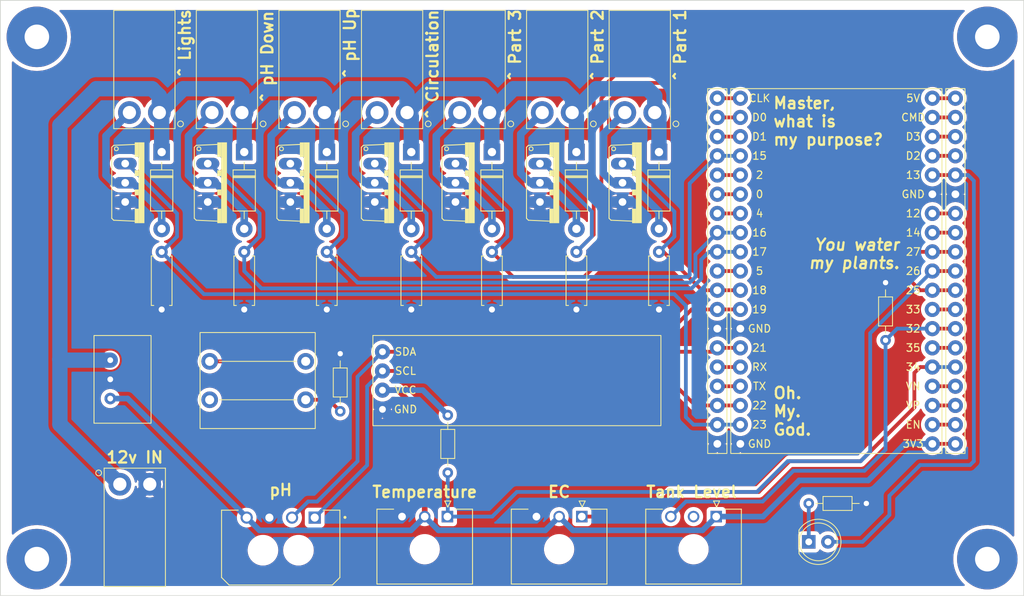
<source format=kicad_pcb>
(kicad_pcb (version 20211014) (generator pcbnew)
  (layers (0 "F.Cu" signal) (31 "B.Cu" signal) (34 "B.Paste" user) (35 "F.Paste" user) (36 "B.SilkS" user "B.Silkscreen") (37 "F.SilkS" user "F.Silkscreen") (38 "B.Mask" user) (39 "F.Mask" user) (44 "Edge.Cuts" user))
  (net 0 "")
  (net 1 "12v")
  (net 2 "Net-(D1-Pad2)")
  (net 3 "Net-(D2-Pad2)")
  (net 4 "Net-(D3-Pad2)")
  (net 5 "Net-(D4-Pad2)")
  (net 6 "Net-(D5-Pad2)")
  (net 7 "GND")
  (net 8 "Lights")
  (net 9 "Circulate")
  (net 10 "Net-(D7-Pad2)")
  (net 11 "pHDown")
  (net 12 "pHUp")
  (net 13 "Net-(U1-Pad2)")
  (net 14 "Net-(U1-Pad3)")
  (net 15 "Net-(U1-Pad5)")
  (net 16 "Net-(U1-Pad6)")
  (net 17 "Net-(U1-Pad7)")
  (net 18 "Net-(U1-Pad10)")
  (net 19 "Net-(U1-Pad1)")
  (net 20 "Net-(U1-Pad15)")
  (net 21 "Net-(U1-Pad16)")
  (net 22 "ec_A")
  (net 23 "3V3")
  (net 24 "Net-(D6-Pad2)")
  (net 25 "tempSignal")
  (net 26 "Part1")
  (net 27 "Part2")
  (net 28 "SCL")
  (net 29 "SDA")
  (net 30 "Net-(U1-Pad12)")
  (net 31 "Net-(U3-Pad20)")
  (net 32 "Net-(U3-Pad21)")
  (net 33 "Net-(U3-Pad22)")
  (net 34 "Net-(U3-Pad23)")
  (net 35 "Net-(D8-Pad2)")
  (net 36 "Net-(U3-Pad26)")
  (net 37 "Net-(U3-Pad27)")
  (net 38 "Part3")
  (net 39 "Net-(U3-Pad31)")
  (net 40 "Net-(U3-Pad33)")
  (net 41 "Net-(U3-Pad35)")
  (net 42 "Net-(U3-Pad36)")
  (net 43 "Net-(U3-Pad37)")
  (net 44 "Net-(D8-Pad1)")
  (net 45 "waterLevel")
  (net 47 "Net-(R8-Pad1)")
  (footprint "SnapEDA Library:TO220V" (layer "F.Cu") (at 128.27 58.42 -90)
    (fp_text reference "Q3" hide)
    (fp_text value "FQP30N06L" hide)
  )
  (footprint "Hydro:S2P-VHLFSN" (layer "F.Cu") (at 152.09315 49.1302 180)
    (fp_text reference "J1" hide)
    (fp_text value "S2P-VHLFSN" hide)
  )
  (footprint "Diode_THT:D_DO-41_SOD81_P10.16mm_Horizontal" (layer "F.Cu") (at 119.634 54.356 -90)
    (fp_text reference "D5" hide)
    (fp_text value "1N4007" hide)
  )
  (footprint "Hydro:Tactile_Button" (layer "F.Cu") (at 132.334 84.582)
    (fp_text reference "U2" hide)
    (fp_text value "Tactile_Button" hide)
  )
  (footprint "SnapEDA Library:MOLEX_436500301" (layer "F.Cu") (at 175.212 102.57775)
    (fp_text reference "J8" hide)
    (fp_text value "436500301" hide)
  )
  (footprint "Hydro:Mounting Hole" (layer "F.Cu") (at 228.854 39.116)
    (fp_text reference "H4" hide)
    (fp_text value "MountingHole" hide)
  )
  (footprint "Resistor_THT:R_Axial_DIN0207_L6.3mm_D2.5mm_P7.62mm_Horizontal" (layer "F.Cu") (at 174.498 67.564 -90)
    (fp_text reference "R6" hide)
    (fp_text value "1k" hide)
  )
  (footprint "Hydro:Mounting Hole" (layer "F.Cu") (at 103.124 39.116)
    (fp_text reference "H3" hide)
    (fp_text value "MountingHole" hide)
  )
  (footprint "Resistor_THT:R_Axial_DIN0204_L3.6mm_D1.6mm_P7.62mm_Horizontal" (layer "F.Cu") (at 143.256 88.646 90)
    (fp_text reference "R8" hide)
    (fp_text value "1k" hide)
  )
  (footprint "Resistor_THT:R_Axial_DIN0207_L6.3mm_D2.5mm_P7.62mm_Horizontal" (layer "F.Cu") (at 152.654 67.564 -90)
    (fp_text reference "R1" hide)
    (fp_text value "1k" hide)
  )
  (footprint "Hydro:S2P-VHLFSN" (layer "F.Cu") (at 114.09885 98.298)
    (fp_text reference "J12" hide)
    (fp_text value "S2P-VHLFSN" hide)
  )
  (footprint "Hydro:19p Header" (layer "F.Cu") (at 223.361 45.965)
    (fp_text reference "U4" hide)
    (fp_text value "19p_Header" hide)
  )
  (footprint "Diode_THT:D_DO-41_SOD81_P10.16mm_Horizontal" (layer "F.Cu") (at 141.478 54.356 -90)
    (fp_text reference "D4" hide)
    (fp_text value "1N4007" hide)
  )
  (footprint "SnapEDA Library:TO220V" (layer "F.Cu") (at 150.368 58.42 -90)
    (fp_text reference "Q1" hide)
    (fp_text value "FQP30N06L" hide)
  )
  (footprint "SnapEDA Library:MOLEX_436500301" (layer "F.Cu") (at 192.992 102.57775)
    (fp_text reference "J11" hide)
    (fp_text value "436500301" hide)
  )
  (footprint "Diode_THT:D_DO-41_SOD81_P10.16mm_Horizontal" (layer "F.Cu") (at 152.654 54.356 -90)
    (fp_text reference "D1" hide)
    (fp_text value "1N4007" hide)
  )
  (footprint "Hydro:S2P-VHLFSN" (layer "F.Cu") (at 141.17115 49.1302 180)
    (fp_text reference "J4" hide)
    (fp_text value "S2P-VHLFSN" hide)
  )
  (footprint "Resistor_THT:R_Axial_DIN0204_L3.6mm_D1.6mm_P7.62mm_Horizontal" (layer "F.Cu") (at 215.392 79.248 90)
    (fp_text reference "R9" hide)
    (fp_text value "10k" hide)
  )
  (footprint "Diode_THT:D_DO-41_SOD81_P10.16mm_Horizontal" (layer "F.Cu") (at 185.42 54.356 -90)
    (fp_text reference "D2" hide)
    (fp_text value "1N4007" hide)
  )
  (footprint "Hydro:S2P-VHLFSN" (layer "F.Cu") (at 130.24915 49.1302 180)
    (fp_text reference "J3" hide)
    (fp_text value "S2P-VHLFSN" hide)
  )
  (footprint "SnapEDA Library:TO220V" (layer "F.Cu") (at 161.036 58.42 -90)
    (fp_text reference "Q7" hide)
    (fp_text value "FQP30N06L" hide)
  )
  (footprint "Hydro:S2P-VHLFSN" (layer "F.Cu") (at 119.32715 49.1302 180)
    (fp_text reference "J5" hide)
    (fp_text value "S2P-VHLFSN" hide)
  )
  (footprint "SnapEDA Library:MOLEX_436500301" (layer "F.Cu") (at 157.432 102.57775)
    (fp_text reference "J9" hide)
    (fp_text value "436500301" hide)
  )
  (footprint "SnapEDA Library:TO220V" (layer "F.Cu") (at 117.348 58.42 -90)
    (fp_text reference "Q5" hide)
    (fp_text value "FQP30N06L" hide)
  )
  (footprint "Resistor_THT:R_Axial_DIN0207_L6.3mm_D2.5mm_P7.62mm_Horizontal" (layer "F.Cu") (at 185.42 67.564 -90)
    (fp_text reference "R2" hide)
    (fp_text value "1k" hide)
  )
  (footprint "SnapEDA Library:TO220V" (layer "F.Cu") (at 172.212 58.42 -90)
    (fp_text reference "Q6" hide)
    (fp_text value "FQP30N06L" hide)
  )
  (footprint "Resistor_THT:R_Axial_DIN0207_L6.3mm_D2.5mm_P7.62mm_Horizontal" (layer "F.Cu") (at 141.478 67.564 -90)
    (fp_text reference "R4" hide)
    (fp_text value "1k" hide)
  )
  (footprint "Resistor_THT:R_Axial_DIN0204_L3.6mm_D1.6mm_P7.62mm_Horizontal" (layer "F.Cu") (at 205.232 100.838)
    (fp_text reference "R10" hide)
    (fp_text value "R_Small_US" hide)
  )
  (footprint "Resistor_THT:R_Axial_DIN0207_L6.3mm_D2.5mm_P7.62mm_Horizontal" (layer "F.Cu") (at 163.322 67.564 -90)
    (fp_text reference "R7" hide)
    (fp_text value "1k" hide)
  )
  (footprint "Resistor_THT:R_Axial_DIN0207_L6.3mm_D2.5mm_P7.62mm_Horizontal" (layer "F.Cu") (at 130.556 67.564 -90)
    (fp_text reference "R3" hide)
    (fp_text value "1k" hide)
  )
  (footprint "Hydro:ESP32-WROOM-32U" (layer "F.Cu") (at 194.913 45.965)
    (fp_text reference "U3" hide)
    (fp_text value "ESP32_WROOM-32U" hide)
  )
  (footprint "Resistor_THT:R_Axial_DIN0204_L3.6mm_D1.6mm_P7.62mm_Horizontal" (layer "F.Cu") (at 157.48 96.774 90)
    (fp_text reference "R11" hide)
    (fp_text value "4.7k" hide)
  )
  (footprint "Hydro:Mounting Hole" (layer "F.Cu") (at 103.124 108.204)
    (fp_text reference "H2" hide)
    (fp_text value "MountingHole" hide)
  )
  (footprint "Hydro:S2P-VHLFSN" (layer "F.Cu") (at 184.85915 49.1302 180)
    (fp_text reference "J2" hide)
    (fp_text value "S2P-VHLFSN" hide)
  )
  (footprint "Diode_THT:D_DO-41_SOD81_P10.16mm_Horizontal" (layer "F.Cu") (at 174.498 54.356 -90)
    (fp_text reference "D6" hide)
    (fp_text value "1N4007" hide)
  )
  (footprint "Resistor_THT:R_Axial_DIN0207_L6.3mm_D2.5mm_P7.62mm_Horizontal" (layer "F.Cu") (at 119.634 67.564 -90)
    (fp_text reference "R5" hide)
    (fp_text value "1k" hide)
  )
  (footprint "Diode_THT:D_DO-41_SOD81_P10.16mm_Horizontal" (layer "F.Cu") (at 163.322 54.356 -90)
    (fp_text reference "D7" hide)
    (fp_text value "1N4007" hide)
  )
  (footprint "Hydro:S2P-VHLFSN" (layer "F.Cu") (at 163.01515 49.1302 180)
    (fp_text reference "J7" hide)
    (fp_text value "S2P-VHLFSN" hide)
  )
  (footprint "LED_THT:LED_D5.0mm" (layer "F.Cu") (at 205.232 105.918)
    (fp_text reference "D8" hide)
    (fp_text value "LED" hide)
  )
  (footprint "Diode_THT:D_DO-41_SOD81_P10.16mm_Horizontal" (layer "F.Cu") (at 130.556 54.356 -90)
    (fp_text reference "D3" hide)
    (fp_text value "1N4007" hide)
  )
  (footprint "Hydro:S2P-VHLFSN" (layer "F.Cu") (at 173.93715 49.1302 180)
    (fp_text reference "J6" hide)
    (fp_text value "S2P-VHLFSN" hide)
  )
  (footprint "Hydro:Mounting Hole" (layer "F.Cu") (at 228.854 108.204)
    (fp_text reference "H1" hide)
    (fp_text value "MountingHole" hide)
  )
  (footprint "SnapEDA Library:TO220V" (layer "F.Cu") (at 139.192 58.42322 -90)
    (fp_text reference "Q4" hide)
    (fp_text value "FQP30N06L" hide)
  )
  (footprint "SnapEDA Library:MOLEX_43650-0401" (layer "F.Cu") (at 135.382 106.68)
    (fp_text reference "J10" hide)
    (fp_text value "43650-0401" hide)
  )
  (footprint "SnapEDA Library:TO220V" (layer "F.Cu") (at 183.134 58.42 -90)
    (fp_text reference "Q2" hide)
    (fp_text value "FQP30N06L" hide)
  )
  (footprint "Hydro:0.91 OLED" (layer "F.Cu") (at 166.624 84.582)
    (fp_text reference "U5" hide)
    (fp_text value "0.91_OLED" hide)
  )
  (footprint "Hydro:173010378" (layer "F.Cu") (at 118.234 78.623 -90)
    (fp_text reference "U6" hide)
    (fp_text value "173010378" hide)
  )
  (footprint "Hydro:19p Header" (layer "F.Cu") (at 191.865 45.965)
    (fp_text reference "U1" hide)
    (fp_text value "19p_Header" hide)
  )
  (gr_rect (start 98.298 34.29) (end 233.68 113.03) (layer "Edge.Cuts") (width 0.1) (fill none))
  (gr_text "12v IN" (at 116.078 94.742) (layer "F.SilkS") (effects (font (size 1.5 1.5) (thickness 0.3))))
  (gr_text "Oh.\nMy.\nGod." (at 200.406 88.646) (layer "F.SilkS") (effects (font (size 1.5 1.5) (thickness 0.3)) (justify left)))
  (gr_text "^ Part 1" (at 188.214 40.132 90) (layer "F.SilkS") (effects (font (size 1.5 1.5) (thickness 0.3))))
  (gr_text "^ Part 2" (at 177.292 40.132 90) (layer "F.SilkS") (effects (font (size 1.5 1.5) (thickness 0.3))))
  (gr_text "Temperature" (at 154.432 99.314) (layer "F.SilkS") (effects (font (size 1.5 1.5) (thickness 0.3))))
  (gr_text "You water\nmy plants." (at 217.424 67.818) (layer "F.SilkS") (effects (font (size 1.5 1.5) (thickness 0.3) italic) (justify right)))
  (gr_text "Master,\nwhat is \nmy purpose?" (at 200.406 50.292) (layer "F.SilkS") (effects (font (size 1.5 1.5) (thickness 0.3)) (justify left)))
  (gr_text "^ pH Down" (at 133.604 41.656 90) (layer "F.SilkS") (effects (font (size 1.5 1.5) (thickness 0.3))))
  (gr_text "pH" (at 135.382 99.06) (layer "F.SilkS") (effects (font (size 1.5 1.5) (thickness 0.3))))
  (gr_text "Tank Level" (at 189.738 99.314) (layer "F.SilkS") (effects (font (size 1.5 1.5) (thickness 0.3))))
  (gr_text "^ Circulation" (at 155.448 42.672 90) (layer "F.SilkS") (effects (font (size 1.5 1.5) (thickness 0.3))))
  (gr_text "^ pH Up" (at 144.526 39.878 90) (layer "F.SilkS") (effects (font (size 1.5 1.5) (thickness 0.3))))
  (gr_text "^ Lights" (at 122.682 39.878 90) (layer "F.SilkS") (effects (font (size 1.5 1.5) (thickness 0.3))))
  (gr_text "^ Part 3" (at 166.37 40.132 90) (layer "F.SilkS") (effects (font (size 1.5 1.5) (thickness 0.3))))
  (gr_text "EC" (at 172.212 99.314) (layer "F.SilkS") (effects (font (size 1.5 1.5) (thickness 0.3))))
  (segment (start 133.405351 45.974) (end 130.249151 49.1302) (width 2.03) (layer "B.Cu") (net 1))
  (segment (start 119.327151 49.1302) (end 119.327151 46.937151) (width 2.03) (layer "B.Cu") (net 1))
  (segment (start 183.896 45.974) (end 177.146201 45.974) (width 2.03) (layer "B.Cu") (net 1))
  (segment (start 144.327351 45.974) (end 141.171151 49.1302) (width 2.03) (layer "B.Cu") (net 1))
  (segment (start 174.498 54.356) (end 174.498 49.691049) (width 2.03) (layer "B.Cu") (net 1))
  (segment (start 163.322 54.356) (end 163.322 49.437049) (width 2.03) (layer "B.Cu") (net 1))
  (segment (start 152.093151 46.683151) (end 151.384 45.974) (width 2.03) (layer "B.Cu") (net 1))
  (segment (start 130.556 49.437049) (end 130.249151 49.1302) (width 2.03) (layer "B.Cu") (net 1))
  (segment (start 151.384 45.974) (end 144.327351 45.974) (width 2.03) (layer "B.Cu") (net 1))
  (segment (start 130.249151 46.429151) (end 129.794 45.974) (width 2.03) (layer "B.Cu") (net 1))
  (segment (start 119.634 49.437049) (end 119.327151 49.1302) (width 2.03) (layer "B.Cu") (net 1))
  (segment (start 110.998 45.974) (end 106.172 50.8) (width 2.03) (layer "B.Cu") (net 1))
  (segment (start 155.249351 45.974) (end 152.093151 49.1302) (width 2.03) (layer "B.Cu") (net 1))
  (segment (start 184.859151 46.937151) (end 183.896 45.974) (width 2.03) (layer "B.Cu") (net 1))
  (segment (start 122.483351 45.974) (end 119.327151 49.1302) (width 2.03) (layer "B.Cu") (net 1))
  (segment (start 163.015151 49.1302) (end 166.171351 45.974) (width 2.03) (layer "B.Cu") (net 1))
  (segment (start 177.146201 45.974) (end 173.990001 49.1302) (width 2.03) (layer "B.Cu") (net 1))
  (segment (start 119.634 54.356) (end 119.634 49.437049) (width 2.03) (layer "B.Cu") (net 1))
  (segment (start 185.42 49.691049) (end 184.859151 49.1302) (width 2.03) (layer "B.Cu") (net 1))
  (segment (start 162.052 45.974) (end 155.249351 45.974) (width 2.03) (layer "B.Cu") (net 1))
  (segment (start 119.327151 46.937151) (end 118.364 45.974) (width 2.03) (layer "B.Cu") (net 1))
  (segment (start 163.015151 46.937151) (end 162.052 45.974) (width 2.03) (layer "B.Cu") (net 1))
  (segment (start 184.859151 49.1302) (end 184.859151 46.937151) (width 2.03) (layer "B.Cu") (net 1))
  (segment (start 112.834 81.883) (end 106.267 81.883) (width 2.03) (layer "B.Cu") (net 1))
  (segment (start 152.093151 49.1302) (end 152.093151 46.683151) (width 2.03) (layer "B.Cu") (net 1))
  (segment (start 106.172 81.788) (end 106.172 90.371151) (width 2.03) (layer "B.Cu") (net 1))
  (segment (start 106.172 90.371151) (end 114.098849 98.298) (width 2.03) (layer "B.Cu") (net 1))
  (segment (start 106.172 50.8) (end 106.172 81.788) (width 2.03) (layer "B.Cu") (net 1))
  (segment (start 152.654 49.691049) (end 152.093151 49.1302) (width 2.03) (layer "B.Cu") (net 1))
  (segment (start 141.171151 46.429151) (end 141.171151 49.1302) (width 2.03) (layer "B.Cu") (net 1))
  (segment (start 106.267 81.883) (end 106.172 81.788) (width 2.03) (layer "B.Cu") (net 1))
  (segment (start 140.716 45.974) (end 133.405351 45.974) (width 2.03) (layer "B.Cu") (net 1))
  (segment (start 174.498 49.691049) (end 173.937151 49.1302) (width 2.03) (layer "B.Cu") (net 1))
  (segment (start 130.556 54.356) (end 130.556 49.437049) (width 2.03) (layer "B.Cu") (net 1))
  (segment (start 173.990001 49.1302) (end 173.990001 47.244001) (width 2.03) (layer "B.Cu") (net 1))
  (segment (start 172.72 45.974) (end 166.171351 45.974) (width 2.03) (layer "B.Cu") (net 1))
  (segment (start 185.42 54.356) (end 185.42 49.691049) (width 2.03) (layer "B.Cu") (net 1))
  (segment (start 141.478 49.437049) (end 141.171151 49.1302) (width 2.03) (layer "B.Cu") (net 1))
  (segment (start 129.794 45.974) (end 122.483351 45.974) (width 2.03) (layer "B.Cu") (net 1))
  (segment (start 163.015151 49.1302) (end 163.015151 46.937151) (width 2.03) (layer "B.Cu") (net 1))
  (segment (start 152.654 54.356) (end 152.654 49.691049) (width 2.03) (layer "B.Cu") (net 1))
  (segment (start 130.249151 49.1302) (end 130.249151 46.429151) (width 2.03) (layer "B.Cu") (net 1))
  (segment (start 163.322 49.437049) (end 163.015151 49.1302) (width 2.03) (layer "B.Cu") (net 1))
  (segment (start 173.990001 47.244001) (end 172.72 45.974) (width 2.03) (layer "B.Cu") (net 1))
  (segment (start 141.171151 46.429151) (end 140.716 45.974) (width 2.03) (layer "B.Cu") (net 1))
  (segment (start 141.478 54.356) (end 141.478 49.437049) (width 2.03) (layer "B.Cu") (net 1))
  (segment (start 118.364 45.974) (end 110.998 45.974) (width 2.03) (layer "B.Cu") (net 1))
  (segment (start 152.654 62.246) (end 148.828 58.42) (width 1) (layer "B.Cu") (net 2))
  (segment (start 147.828 58.42) (end 146.558 58.42) (width 1) (layer "B.Cu") (net 2))
  (segment (start 152.654 64.516) (end 152.654 62.246) (width 1) (layer "B.Cu") (net 2))
  (segment (start 146.558 58.42) (end 145.288 57.15) (width 1) (layer "B.Cu") (net 2))
  (segment (start 148.828 58.42) (end 147.828 58.42) (width 1) (layer "B.Cu") (net 2))
  (segment (start 145.288 57.15) (end 145.288 51.975349) (width 1) (layer "B.Cu") (net 2))
  (segment (start 145.288 51.975349) (end 148.133149 49.1302) (width 1) (layer "B.Cu") (net 2))
  (segment (start 178.054 51.975349) (end 180.899149 49.1302) (width 1) (layer "B.Cu") (net 3))
  (segment (start 178.054 57.15) (end 178.054 51.975349) (width 1) (layer "B.Cu") (net 3))
  (segment (start 185.42 62.246) (end 181.594 58.42) (width 1) (layer "B.Cu") (net 3))
  (segment (start 179.324 58.42) (end 178.054 57.15) (width 1) (layer "B.Cu") (net 3))
  (segment (start 185.42 64.516) (end 185.42 62.246) (width 1) (layer "B.Cu") (net 3))
  (segment (start 181.594 58.42) (end 180.594 58.42) (width 1) (layer "B.Cu") (net 3))
  (segment (start 180.594 58.42) (end 179.324 58.42) (width 1) (layer "B.Cu") (net 3))
  (segment (start 126.73 58.42) (end 125.73 58.42) (width 1) (layer "B.Cu") (net 4))
  (segment (start 130.556 62.246) (end 126.73 58.42) (width 1) (layer "B.Cu") (net 4))
  (segment (start 130.556 64.516) (end 130.556 62.246) (width 1) (layer "B.Cu") (net 4))
  (segment (start 125.73 58.42) (end 124.206 58.42) (width 1) (layer "B.Cu") (net 4))
  (segment (start 123.19 57.404) (end 123.19 52.229349) (width 1) (layer "B.Cu") (net 4))
  (segment (start 123.19 52.229349) (end 126.289149 49.1302) (width 1) (layer "B.Cu") (net 4))
  (segment (start 124.206 58.42) (end 123.19 57.404) (width 1) (layer "B.Cu") (net 4))
  (segment (start 136.652 58.42322) (end 135.13122 58.42322) (width 1) (layer "B.Cu") (net 5))
  (segment (start 135.13122 58.42322) (end 134.112 57.404) (width 1) (layer "B.Cu") (net 5))
  (segment (start 137.652 58.42322) (end 136.652 58.42322) (width 1) (layer "B.Cu") (net 5))
  (segment (start 134.112 57.404) (end 134.112 52.229349) (width 1) (layer "B.Cu") (net 5))
  (segment (start 141.478 62.24922) (end 137.652 58.42322) (width 1) (layer "B.Cu") (net 5))
  (segment (start 134.112 52.229349) (end 137.211149 49.1302) (width 1) (layer "B.Cu") (net 5))
  (segment (start 141.478 64.516) (end 141.478 62.24922) (width 1) (layer "B.Cu") (net 5))
  (segment (start 112.268 57.404) (end 112.268 52.229349) (width 1) (layer "B.Cu") (net 6))
  (segment (start 113.284 58.42) (end 112.268 57.404) (width 1) (layer "B.Cu") (net 6))
  (segment (start 114.808 58.42) (end 113.284 58.42) (width 1) (layer "B.Cu") (net 6))
  (segment (start 119.634 62.246) (end 115.808 58.42) (width 1) (layer "B.Cu") (net 6))
  (segment (start 112.268 52.229349) (end 115.367149 49.1302) (width 1) (layer "B.Cu") (net 6))
  (segment (start 115.808 58.42) (end 114.808 58.42) (width 1) (layer "B.Cu") (net 6))
  (segment (start 119.634 64.516) (end 119.634 62.246) (width 1) (layer "B.Cu") (net 6))
  (segment (start 193.135 90.415) (end 189.983 90.415) (width 0.5) (layer "B.Cu") (net 8))
  (segment (start 115.062 55.88) (end 114.808 55.88) (width 0.5) (layer "B.Cu") (net 8))
  (segment (start 121.666 62.484) (end 115.062 55.88) (width 0.5) (layer "B.Cu") (net 8))
  (segment (start 187.452 73.152) (end 125.222 73.152) (width 0.5) (layer "B.Cu") (net 8))
  (segment (start 188.976 89.408) (end 188.976 74.676) (width 0.5) (layer "B.Cu") (net 8))
  (segment (start 125.222 73.152) (end 119.634 67.564) (width 0.5) (layer "B.Cu") (net 8))
  (segment (start 119.634 67.564) (end 121.666 65.532) (width 0.5) (layer "B.Cu") (net 8))
  (segment (start 189.983 90.415) (end 188.976 89.408) (width 0.5) (layer "B.Cu") (net 8))
  (segment (start 196.183 90.415) (end 193.135 90.415) (width 0.5) (layer "B.Cu") (net 8))
  (segment (start 188.976 74.676) (end 187.452 73.152) (width 0.5) (layer "B.Cu") (net 8))
  (segment (start 121.666 65.532) (end 121.666 62.484) (width 0.5) (layer "B.Cu") (net 8))
  (segment (start 154.686 65.532) (end 154.686 62.484) (width 0.5) (layer "B.Cu") (net 9))
  (segment (start 152.654 67.564) (end 154.686 65.532) (width 0.5) (layer "B.Cu") (net 9))
  (segment (start 189.23 70.866) (end 155.956 70.866) (width 0.5) (layer "B.Cu") (net 9))
  (segment (start 189.484 70.612) (end 189.23 70.866) (width 0.5) (layer "B.Cu") (net 9))
  (segment (start 155.956 70.866) (end 152.654 67.564) (width 0.5) (layer "B.Cu") (net 9))
  (segment (start 148.082 55.88) (end 147.828 55.88) (width 0.5) (layer "B.Cu") (net 9))
  (segment (start 154.686 62.484) (end 148.082 55.88) (width 0.5) (layer "B.Cu") (net 9))
  (segment (start 189.484 58.506) (end 189.484 70.612) (width 0.5) (layer "B.Cu") (net 9))
  (segment (start 196.183 54.855) (end 193.135 54.855) (width 0.5) (layer "B.Cu") (net 9))
  (segment (start 193.135 54.855) (end 189.484 58.506) (width 0.5) (layer "B.Cu") (net 9))
  (segment (start 155.956 52.229349) (end 159.055149 49.1302) (width 1) (layer "B.Cu") (net 10))
  (segment (start 159.496 58.42) (end 158.496 58.42) (width 1) (layer "B.Cu") (net 10))
  (segment (start 159.52975 58.42322) (end 158.52975 58.42322) (width 1) (layer "B.Cu") (net 10))
  (segment (start 158.496 58.42) (end 157.226 58.42) (width 1) (layer "B.Cu") (net 10))
  (segment (start 163.322 62.246) (end 159.496 58.42) (width 1) (layer "B.Cu") (net 10))
  (segment (start 155.956 57.15) (end 155.956 52.229349) (width 1) (layer "B.Cu") (net 10))
  (segment (start 157.226 58.42) (end 155.956 57.15) (width 1) (layer "B.Cu") (net 10))
  (segment (start 163.322 64.516) (end 163.322 62.246) (width 1) (layer "B.Cu") (net 10))
  (segment (start 158.52975 58.42322) (end 157.22922 58.42322) (width 0.5) (layer "B.Cu") (net 10))
  (segment (start 125.984 55.88) (end 125.73 55.88) (width 0.5) (layer "B.Cu") (net 11))
  (segment (start 196.183 67.555) (end 193.135 67.555) (width 0.5) (layer "B.Cu") (net 11))
  (segment (start 130.556 67.564) (end 132.588 65.532) (width 0.5) (layer "B.Cu") (net 11))
  (segment (start 191.008 68.58) (end 192.033 67.555) (width 0.5) (layer "B.Cu") (net 11))
  (segment (start 189.738 72.39) (end 191.008 71.12) (width 0.5) (layer "B.Cu") (net 11))
  (segment (start 132.842 72.39) (end 189.738 72.39) (width 0.5) (layer "B.Cu") (net 11))
  (segment (start 192.033 67.555) (end 193.135 67.555) (width 0.5) (layer "B.Cu") (net 11))
  (segment (start 130.556 70.104) (end 132.842 72.39) (width 0.5) (layer "B.Cu") (net 11))
  (segment (start 132.588 65.532) (end 132.588 62.484) (width 0.5) (layer "B.Cu") (net 11))
  (segment (start 130.556 67.564) (end 130.556 70.104) (width 0.5) (layer "B.Cu") (net 11))
  (segment (start 191.008 71.12) (end 191.008 68.58) (width 0.5) (layer "B.Cu") (net 11))
  (segment (start 132.588 62.484) (end 125.984 55.88) (width 0.5) (layer "B.Cu") (net 11))
  (segment (start 136.90922 55.88322) (end 136.652 55.88322) (width 0.5) (layer "B.Cu") (net 12))
  (segment (start 143.51 65.532) (end 143.51 62.484) (width 0.5) (layer "B.Cu") (net 12))
  (segment (start 143.51 62.484) (end 136.90922 55.88322) (width 0.5) (layer "B.Cu") (net 12))
  (segment (start 193.135 65.015) (end 190.246 67.904) (width 0.5) (layer "B.Cu") (net 12))
  (segment (start 141.478 67.564) (end 143.51 65.532) (width 0.5) (layer "B.Cu") (net 12))
  (segment (start 196.183 65.015) (end 193.135 65.015) (width 0.5) (layer "B.Cu") (net 12))
  (segment (start 190.246 67.904) (end 190.246 70.866) (width 0.5) (layer "B.Cu") (net 12))
  (segment (start 145.542 71.628) (end 141.478 67.564) (width 0.5) (layer "B.Cu") (net 12))
  (segment (start 190.246 70.866) (end 189.484 71.628) (width 0.5) (layer "B.Cu") (net 12))
  (segment (start 189.484 71.628) (end 145.542 71.628) (width 0.5) (layer "B.Cu") (net 12))
  (segment (start 193.135 49.775) (end 196.183 49.775) (width 0.5) (layer "F.Cu") (net 13))
  (segment (start 193.135 52.315) (end 196.183 52.315) (width 0.5) (layer "F.Cu") (net 14))
  (segment (start 193.135 57.395) (end 196.183 57.395) (width 0.5) (layer "F.Cu") (net 15))
  (segment (start 193.135 59.935) (end 196.183 59.935) (width 0.5) (layer "F.Cu") (net 16))
  (segment (start 193.135 62.475) (end 196.183 62.475) (width 0.5) (layer "F.Cu") (net 17))
  (segment (start 193.135 70.095) (end 196.183 70.095) (width 0.5) (layer "F.Cu") (net 18))
  (segment (start 193.135 47.235) (end 196.183 47.235) (width 0.5) (layer "F.Cu") (net 19))
  (segment (start 193.135 82.795) (end 196.183 82.795) (width 0.5) (layer "F.Cu") (net 20))
  (segment (start 193.135 85.335) (end 196.183 85.335) (width 0.5) (layer "F.Cu") (net 21))
  (segment (start 212.09 95.25) (end 219.202 88.138) (width 0.5) (layer "F.Cu") (net 22))
  (segment (start 202.692 95.25) (end 212.09 95.25) (width 0.5) (layer "F.Cu") (net 22))
  (segment (start 219.202 83.566) (end 219.973 82.795) (width 0.5) (layer "F.Cu") (net 22))
  (segment (start 186.944 99.314) (end 198.628 99.314) (width 0.5) (layer "F.Cu") (net 22))
  (segment (start 219.973 82.795) (end 221.583 82.795) (width 0.5) (layer "F.Cu") (net 22))
  (segment (start 183.68025 102.57775) (end 186.944 99.314) (width 0.5) (layer "F.Cu") (net 22))
  (segment (start 175.212 102.57775) (end 183.68025 102.57775) (width 0.5) (layer "F.Cu") (net 22))
  (segment (start 219.202 88.138) (end 219.202 83.566) (width 0.5) (layer "F.Cu") (net 22))
  (segment (start 198.628 99.314) (end 202.692 95.25) (width 0.5) (layer "F.Cu") (net 22))
  (segment (start 224.631 82.795) (end 221.583 82.795) (width 0.5) (layer "B.Cu") (net 22))
  (segment (start 148.844 85.852) (end 150.876 85.852) (width 0.75) (layer "F.Cu") (net 23))
  (segment (start 224.631 92.955) (end 221.583 92.955) (width 0.5) (layer "F.Cu") (net 23))
  (segment (start 154.432 89.408) (end 154.432 102.57775) (width 0.75) (layer "F.Cu") (net 23))
  (segment (start 150.876 85.852) (end 154.432 89.408) (width 0.75) (layer "F.Cu") (net 23))
  (segment (start 115.135 86.963) (end 130.882 102.71) (width 0.75) (layer "B.Cu") (net 23))
  (segment (start 192.992 102.57775) (end 199.17425 102.57775) (width 0.75) (layer "B.Cu") (net 23))
  (segment (start 174.02825 104.394) (end 191.17575 104.394) (width 0.75) (layer "B.Cu") (net 23))
  (segment (start 132.566 104.394) (end 152.61575 104.394) (width 0.75) (layer "B.Cu") (net 23))
  (segment (start 191.17575 104.394) (end 192.992 102.57775) (width 0.75) (layer "B.Cu") (net 23))
  (segment (start 217.941 92.955) (end 221.583 92.955) (width 0.75) (layer "B.Cu") (net 23))
  (segment (start 213.106 97.79) (end 217.941 92.955) (width 0.75) (layer "B.Cu") (net 23))
  (segment (start 112.834 86.963) (end 115.135 86.963) (width 0.75) (layer "B.Cu") (net 23))
  (segment (start 172.212 102.57775) (end 174.02825 104.394) (width 0.75) (layer "B.Cu") (net 23))
  (segment (start 152.61575 104.394) (end 154.432 102.57775) (width 0.75) (layer "B.Cu") (net 23))
  (segment (start 170.39575 104.394) (end 172.212 102.57775) (width 0.75) (layer "B.Cu") (net 23))
  (segment (start 154.432 102.57775) (end 156.24825 104.394) (width 0.75) (layer "B.Cu") (net 23))
  (segment (start 203.962 97.79) (end 213.106 97.79) (width 0.75) (layer "B.Cu") (net 23))
  (segment (start 130.882 102.71) (end 132.566 104.394) (width 0.75) (layer "B.Cu") (net 23))
  (segment (start 154.178 85.852) (end 148.844 85.852) (width 0.75) (layer "B.Cu") (net 23))
  (segment (start 157.48 89.154) (end 154.178 85.852) (width 0.75) (layer "B.Cu") (net 23))
  (segment (start 199.17425 102.57775) (end 203.962 97.79) (width 0.75) (layer "B.Cu") (net 23))
  (segment (start 156.24825 104.394) (end 170.39575 104.394) (width 0.75) (layer "B.Cu") (net 23))
  (segment (start 167.132 57.15) (end 167.132 51.975349) (width 1) (layer "B.Cu") (net 24))
  (segment (start 174.498 64.516) (end 174.498 62.246) (width 1) (layer "B.Cu") (net 24))
  (segment (start 169.672 58.42) (end 168.402 58.42) (width 1) (layer "B.Cu") (net 24))
  (segment (start 170.70575 58.42322) (end 169.70575 58.42322) (width 1) (layer "B.Cu") (net 24))
  (segment (start 170.672 58.42) (end 169.672 58.42) (width 1) (layer "B.Cu") (net 24))
  (segment (start 174.498 62.246) (end 170.672 58.42) (width 1) (layer "B.Cu") (net 24))
  (segment (start 168.402 58.42) (end 167.132 57.15) (width 1) (layer "B.Cu") (net 24))
  (segment (start 167.132 51.975349) (end 169.977149 49.1302) (width 1) (layer "B.Cu") (net 24))
  (segment (start 169.70575 58.42322) (end 168.40522 58.42322) (width 0.5) (layer "B.Cu") (net 24))
  (segment (start 221.583 70.095) (end 224.631 70.095) (width 0.5) (layer "F.Cu") (net 25))
  (segment (start 157.48 96.774) (end 157.48 102.52975) (width 0.5) (layer "B.Cu") (net 25))
  (segment (start 163.36025 102.57775) (end 157.432 102.57775) (width 0.5) (layer "B.Cu") (net 25))
  (segment (start 166.624 99.314) (end 163.36025 102.57775) (width 0.5) (layer "B.Cu") (net 25))
  (segment (start 157.48 102.52975) (end 157.432 102.57775) (width 0.5) (layer "B.Cu") (net 25))
  (segment (start 202.438 95.25) (end 198.374 99.314) (width 0.5) (layer "B.Cu") (net 25))
  (segment (start 221.583 70.095) (end 213.36 78.318) (width 0.5) (layer "B.Cu") (net 25))
  (segment (start 213.36 78.318) (end 213.36 93.98) (width 0.5) (layer "B.Cu") (net 25))
  (segment (start 198.374 99.314) (end 166.624 99.314) (width 0.5) (layer "B.Cu") (net 25))
  (segment (start 213.36 93.98) (end 212.09 95.25) (width 0.5) (layer "B.Cu") (net 25))
  (segment (start 212.09 95.25) (end 202.438 95.25) (width 0.5) (layer "B.Cu") (net 25))
  (segment (start 191.095 72.635) (end 193.135 72.635) (width 0.5) (layer "F.Cu") (net 26))
  (segment (start 196.183 72.635) (end 193.135 72.635) (width 0.5) (layer "F.Cu") (net 26))
  (segment (start 191.095 72.635) (end 186.024 67.564) (width 0.5) (layer "F.Cu") (net 26))
  (segment (start 186.024 67.564) (end 185.42 67.564) (width 0.5) (layer "F.Cu") (net 26))
  (segment (start 187.452 62.23) (end 181.102 55.88) (width 0.5) (layer "B.Cu") (net 26))
  (segment (start 181.102 55.88) (end 180.594 55.88) (width 0.5) (layer "B.Cu") (net 26))
  (segment (start 185.42 67.564) (end 187.452 65.532) (width 0.5) (layer "B.Cu") (net 26))
  (segment (start 187.452 65.532) (end 187.452 62.23) (width 0.5) (layer "B.Cu") (net 26))
  (segment (start 221.583 67.555) (end 219.955 67.555) (width 0.5) (layer "F.Cu") (net 27))
  (segment (start 179.578 44.196) (end 176.784 46.99) (width 0.5) (layer "F.Cu") (net 27))
  (segment (start 219.955 67.555) (end 219.456 67.056) (width 0.5) (layer "F.Cu") (net 27))
  (segment (start 176.784 65.278) (end 174.498 67.564) (width 0.5) (layer "F.Cu") (net 27))
  (segment (start 219.456 67.056) (end 219.456 46.736) (width 0.5) (layer "F.Cu") (net 27))
  (segment (start 216.916 44.196) (end 179.578 44.196) (width 0.5) (layer "F.Cu") (net 27))
  (segment (start 224.631 67.555) (end 221.583 67.555) (width 0.5) (layer "F.Cu") (net 27))
  (segment (start 176.784 46.99) (end 176.784 65.278) (width 0.5) (layer "F.Cu") (net 27))
  (segment (start 219.456 46.736) (end 216.916 44.196) (width 0.5) (layer "F.Cu") (net 27))
  (segment (start 174.498 67.564) (end 176.53 65.532) (width 0.5) (layer "B.Cu") (net 27))
  (segment (start 176.53 62.23) (end 170.18 55.88) (width 0.5) (layer "B.Cu") (net 27))
  (segment (start 170.18 55.88) (end 169.672 55.88) (width 0.5) (layer "B.Cu") (net 27))
  (segment (start 176.53 65.532) (end 176.53 62.23) (width 0.5) (layer "B.Cu") (net 27))
  (segment (start 185.674 83.312) (end 190.246 87.884) (width 0.5) (layer "F.Cu") (net 28))
  (segment (start 148.844 83.312) (end 185.674 83.312) (width 0.5) (layer "F.Cu") (net 28))
  (segment (start 196.183 87.875) (end 193.135 87.875) (width 0.5) (layer "F.Cu") (net 28))
  (segment (start 190.255 87.875) (end 193.135 87.875) (width 0.5) (layer "F.Cu") (net 28))
  (segment (start 190.246 87.884) (end 190.255 87.875) (width 0.5) (layer "F.Cu") (net 28))
  (segment (start 139.882 102.71) (end 146.812 95.78) (width 0.5) (layer "B.Cu") (net 28))
  (segment (start 146.812 95.78) (end 146.812 85.344) (width 0.5) (layer "B.Cu") (net 28))
  (segment (start 146.812 85.344) (end 148.844 83.312) (width 0.5) (layer "B.Cu") (net 28))
  (segment (start 148.844 80.772) (end 192.618 80.772) (width 0.5) (layer "F.Cu") (net 29))
  (segment (start 196.183 80.255) (end 193.135 80.255) (width 0.5) (layer "F.Cu") (net 29))
  (segment (start 192.618 80.772) (end 193.135 80.255) (width 0.5) (layer "F.Cu") (net 29))
  (segment (start 139.008 100.584) (end 136.882 102.71) (width 0.5) (layer "B.Cu") (net 29))
  (segment (start 140.208 100.584) (end 139.008 100.584) (width 0.5) (layer "B.Cu") (net 29))
  (segment (start 148.844 80.772) (end 145.542 84.074) (width 0.5) (layer "B.Cu") (net 29))
  (segment (start 145.542 84.074) (end 145.542 95.25) (width 0.5) (layer "B.Cu") (net 29))
  (segment (start 145.542 95.25) (end 140.208 100.584) (width 0.5) (layer "B.Cu") (net 29))
  (segment (start 193.135 75.175) (end 189.747 75.175) (width 0.5) (layer "F.Cu") (net 30))
  (segment (start 132.842 77.724) (end 128.524 82.042) (width 0.5) (layer "F.Cu") (net 30))
  (segment (start 193.135 75.175) (end 196.183 75.175) (width 0.5) (layer "F.Cu") (net 30))
  (segment (start 187.198 77.724) (end 132.842 77.724) (width 0.5) (layer "F.Cu") (net 30))
  (segment (start 128.524 82.042) (end 125.984 82.042) (width 0.5) (layer "F.Cu") (net 30))
  (segment (start 189.747 75.175) (end 187.198 77.724) (width 0.5) (layer "F.Cu") (net 30))
  (segment (start 221.583 47.235) (end 224.631 47.235) (width 0.5) (layer "F.Cu") (net 31))
  (segment (start 221.583 49.775) (end 224.631 49.775) (width 0.5) (layer "F.Cu") (net 32))
  (segment (start 221.583 52.315) (end 224.631 52.315) (width 0.5) (layer "F.Cu") (net 33))
  (segment (start 221.583 54.855) (end 224.631 54.855) (width 0.5) (layer "F.Cu") (net 34))
  (segment (start 221.583 57.395) (end 224.631 57.395) (width 0.5) (layer "F.Cu") (net 35))
  (segment (start 227.076 95.25) (end 226.568 95.758) (width 0.5) (layer "B.Cu") (net 35))
  (segment (start 224.631 57.395) (end 226.305 57.395) (width 0.5) (layer "B.Cu") (net 35))
  (segment (start 215.9 99.822) (end 215.9 102.362) (width 0.5) (layer "B.Cu") (net 35))
  (segment (start 219.964 95.758) (end 215.9 99.822) (width 0.5) (layer "B.Cu") (net 35))
  (segment (start 212.344 105.918) (end 207.772 105.918) (width 0.5) (layer "B.Cu") (net 35))
  (segment (start 227.076 58.166) (end 227.076 95.25) (width 0.5) (layer "B.Cu") (net 35))
  (segment (start 226.305 57.395) (end 227.076 58.166) (width 0.5) (layer "B.Cu") (net 35))
  (segment (start 215.9 102.362) (end 212.344 105.918) (width 0.5) (layer "B.Cu") (net 35))
  (segment (start 226.568 95.758) (end 219.964 95.758) (width 0.5) (layer "B.Cu") (net 35))
  (segment (start 221.583 62.475) (end 224.631 62.475) (width 0.5) (layer "F.Cu") (net 36))
  (segment (start 221.583 65.015) (end 224.631 65.015) (width 0.5) (layer "F.Cu") (net 37))
  (segment (start 164.338 69.088) (end 164.338 68.58) (width 0.5) (layer "F.Cu") (net 38))
  (segment (start 179.832 45.212) (end 177.8 47.244) (width 0.5) (layer "F.Cu") (net 38))
  (segment (start 224.631 72.635) (end 221.583 72.635) (width 0.5) (layer "F.Cu") (net 38))
  (segment (start 218.44 71.12) (end 218.44 47.244) (width 0.5) (layer "F.Cu") (net 38))
  (segment (start 166.116 70.866) (end 164.338 69.088) (width 0.5) (layer "F.Cu") (net 38))
  (segment (start 219.955 72.635) (end 218.44 71.12) (width 0.5) (layer "F.Cu") (net 38))
  (segment (start 216.408 45.212) (end 179.832 45.212) (width 0.5) (layer "F.Cu") (net 38))
  (segment (start 175.514 70.866) (end 166.116 70.866) (width 0.5) (layer "F.Cu") (net 38))
  (segment (start 164.338 68.58) (end 163.322 67.564) (width 0.5) (layer "F.Cu") (net 38))
  (segment (start 177.8 68.58) (end 175.514 70.866) (width 0.5) (layer "F.Cu") (net 38))
  (segment (start 221.583 72.635) (end 219.955 72.635) (width 0.5) (layer "F.Cu") (net 38))
  (segment (start 177.8 47.244) (end 177.8 68.58) (width 0.5) (layer "F.Cu") (net 38))
  (segment (start 218.44 47.244) (end 216.408 45.212) (width 0.5) (layer "F.Cu") (net 38))
  (segment (start 165.354 65.532) (end 165.354 62.23) (width 0.5) (layer "B.Cu") (net 38))
  (segment (start 159.004 55.88) (end 158.496 55.88) (width 0.5) (layer "B.Cu") (net 38))
  (segment (start 165.354 62.23) (end 159.004 55.88) (width 0.5) (layer "B.Cu") (net 38))
  (segment (start 163.322 67.564) (end 165.354 65.532) (width 0.5) (layer "B.Cu") (net 38))
  (segment (start 221.583 75.175) (end 224.631 75.175) (width 0.5) (layer "F.Cu") (net 39))
  (segment (start 221.583 80.255) (end 224.631 80.255) (width 0.5) (layer "F.Cu") (net 40))
  (segment (start 224.631 85.335) (end 221.583 85.335) (width 0.5) (layer "F.Cu") (net 41))
  (segment (start 221.583 87.875) (end 224.631 87.875) (width 0.5) (layer "F.Cu") (net 42))
  (segment (start 224.631 90.415) (end 221.583 90.415) (width 0.5) (layer "F.Cu") (net 43))
  (segment (start 205.232 100.838) (end 205.232 105.918) (width 0.5) (layer "B.Cu") (net 44))
  (segment (start 224.631 77.715) (end 221.583 77.715) (width 0.5) (layer "F.Cu") (net 45))
  (segment (start 221.583 77.715) (end 216.925 77.715) (width 0.5) (layer "B.Cu") (net 45))
  (segment (start 199.136 100.584) (end 203.2 96.52) (width 0.5) (layer "B.Cu") (net 45))
  (segment (start 188.98575 100.584) (end 199.136 100.584) (width 0.5) (layer "B.Cu") (net 45))
  (segment (start 186.992 102.57775) (end 188.98575 100.584) (width 0.5) (layer "B.Cu") (net 45))
  (segment (start 216.925 77.715) (end 215.392 79.248) (width 0.5) (layer "B.Cu") (net 45))
  (segment (start 215.392 79.248) (end 215.392 93.726) (width 0.5) (layer "B.Cu") (net 45))
  (segment (start 212.598 96.52) (end 215.392 93.726) (width 0.5) (layer "B.Cu") (net 45))
  (segment (start 203.2 96.52) (end 212.598 96.52) (width 0.5) (layer "B.Cu") (net 45))
  (segment (start 138.684 87.122) (end 141.732 87.122) (width 0.5) (layer "F.Cu") (net 47))
  (segment (start 141.732 87.122) (end 143.256 88.646) (width 0.5) (layer "F.Cu") (net 47))
  (zone (net 7) (net_name "GND") (layer "F.Cu") (connect_pads (clearance 0.508)) (min_thickness 0.254) (fill yes (thermal_gap 0.25) (thermal_bridge_width 1.5))
    (polygon (pts (xy 232.41 111.76) (xy 99.822 111.76) (xy 99.822 35.56) (xy 232.41 35.56)))
  )
  (zone (net 7) (net_name "GND") (layer "B.Cu") (connect_pads (clearance 0.508)) (min_thickness 0.254) (fill yes (thermal_gap 0.25) (thermal_bridge_width 1.5))
    (polygon (pts (xy 232.41 111.76) (xy 99.822 111.76) (xy 99.822 35.56) (xy 232.41 35.56)))
  )
)
</source>
